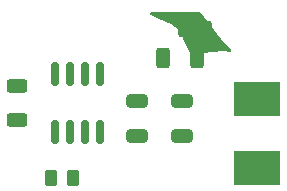
<source format=gbr>
%TF.GenerationSoftware,KiCad,Pcbnew,8.0.7*%
%TF.CreationDate,2025-02-12T01:29:36+05:30*%
%TF.ProjectId,MyNEW_PCB_ART_SJCET,4d794e45-575f-4504-9342-5f4152545f53,rev?*%
%TF.SameCoordinates,Original*%
%TF.FileFunction,Soldermask,Bot*%
%TF.FilePolarity,Negative*%
%FSLAX46Y46*%
G04 Gerber Fmt 4.6, Leading zero omitted, Abs format (unit mm)*
G04 Created by KiCad (PCBNEW 8.0.7) date 2025-02-12 01:29:36*
%MOMM*%
%LPD*%
G01*
G04 APERTURE LIST*
G04 Aperture macros list*
%AMRoundRect*
0 Rectangle with rounded corners*
0 $1 Rounding radius*
0 $2 $3 $4 $5 $6 $7 $8 $9 X,Y pos of 4 corners*
0 Add a 4 corners polygon primitive as box body*
4,1,4,$2,$3,$4,$5,$6,$7,$8,$9,$2,$3,0*
0 Add four circle primitives for the rounded corners*
1,1,$1+$1,$2,$3*
1,1,$1+$1,$4,$5*
1,1,$1+$1,$6,$7*
1,1,$1+$1,$8,$9*
0 Add four rect primitives between the rounded corners*
20,1,$1+$1,$2,$3,$4,$5,0*
20,1,$1+$1,$4,$5,$6,$7,0*
20,1,$1+$1,$6,$7,$8,$9,0*
20,1,$1+$1,$8,$9,$2,$3,0*%
G04 Aperture macros list end*
%ADD10RoundRect,0.250000X0.312500X0.625000X-0.312500X0.625000X-0.312500X-0.625000X0.312500X-0.625000X0*%
%ADD11RoundRect,0.250000X0.650000X-0.325000X0.650000X0.325000X-0.650000X0.325000X-0.650000X-0.325000X0*%
%ADD12R,4.000000X3.000000*%
%ADD13RoundRect,0.250000X-0.262500X-0.450000X0.262500X-0.450000X0.262500X0.450000X-0.262500X0.450000X0*%
%ADD14RoundRect,0.150000X-0.150000X0.825000X-0.150000X-0.825000X0.150000X-0.825000X0.150000X0.825000X0*%
%ADD15RoundRect,0.250000X-0.625000X0.312500X-0.625000X-0.312500X0.625000X-0.312500X0.625000X0.312500X0*%
%ADD16RoundRect,0.243750X0.243750X0.456250X-0.243750X0.456250X-0.243750X-0.456250X0.243750X-0.456250X0*%
G04 APERTURE END LIST*
D10*
%TO.C,R3*%
X189230000Y-87630000D03*
X186305000Y-87630000D03*
%TD*%
D11*
%TO.C,C2*%
X187960000Y-94185000D03*
X187960000Y-91235000D03*
%TD*%
D12*
%TO.C,BT1*%
X194310000Y-91059000D03*
X194310000Y-96901000D03*
%TD*%
D13*
%TO.C,R2*%
X176887500Y-97790000D03*
X178712500Y-97790000D03*
%TD*%
D14*
%TO.C,U1*%
X177165000Y-88965000D03*
X178435000Y-88965000D03*
X179705000Y-88965000D03*
X180975000Y-88965000D03*
X180975000Y-93915000D03*
X179705000Y-93915000D03*
X178435000Y-93915000D03*
X177165000Y-93915000D03*
%TD*%
D15*
%TO.C,R1*%
X173990000Y-89977500D03*
X173990000Y-92902500D03*
%TD*%
D11*
%TO.C,C1*%
X184150000Y-94185000D03*
X184150000Y-91235000D03*
%TD*%
D16*
%TO.C,D1*%
X189957500Y-85200000D03*
X188082500Y-85200000D03*
%TD*%
G36*
X189544795Y-83769685D02*
G01*
X189577189Y-83799912D01*
X190679964Y-85279952D01*
X191250000Y-86040000D01*
X192079282Y-86853782D01*
X192113344Y-86914786D01*
X192109017Y-86984522D01*
X192067676Y-87040848D01*
X192002444Y-87065881D01*
X191983597Y-87065971D01*
X191620000Y-87040000D01*
X191619995Y-87040000D01*
X190389991Y-87130000D01*
X188840506Y-87343055D01*
X188771410Y-87332686D01*
X188749216Y-87319412D01*
X188691307Y-87275981D01*
X188657134Y-87236681D01*
X188509999Y-86969999D01*
X188461301Y-86928258D01*
X188428633Y-86884352D01*
X188050913Y-86032061D01*
X188049148Y-86027871D01*
X187910001Y-85680004D01*
X187910000Y-85680001D01*
X187569999Y-85129999D01*
X187029999Y-84729999D01*
X185860024Y-84220010D01*
X185303394Y-83988492D01*
X185249054Y-83944571D01*
X185227087Y-83878245D01*
X185244465Y-83810571D01*
X185295672Y-83763035D01*
X185351014Y-83750000D01*
X189477756Y-83750000D01*
X189544795Y-83769685D01*
G37*
M02*

</source>
